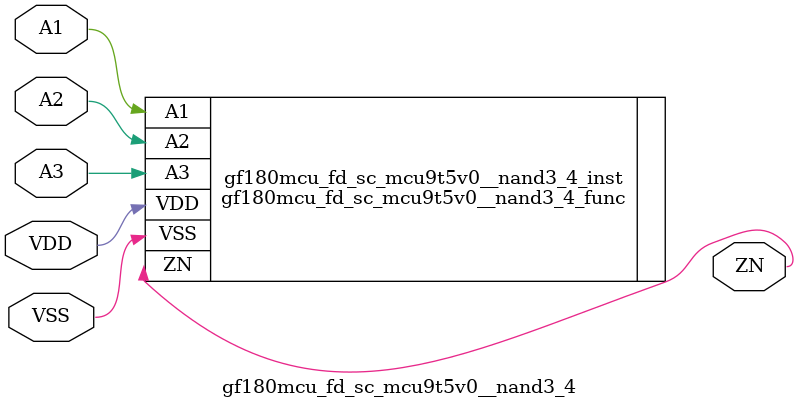
<source format=v>

module gf180mcu_fd_sc_mcu9t5v0__nand3_4( A2, A3, ZN, A1, VDD, VSS );
input A1, A2, A3;
inout VDD, VSS;
output ZN;

   `ifdef FUNCTIONAL  //  functional //

	gf180mcu_fd_sc_mcu9t5v0__nand3_4_func gf180mcu_fd_sc_mcu9t5v0__nand3_4_behav_inst(.A2(A2),.A3(A3),.ZN(ZN),.A1(A1),.VDD(VDD),.VSS(VSS));

   `else

	gf180mcu_fd_sc_mcu9t5v0__nand3_4_func gf180mcu_fd_sc_mcu9t5v0__nand3_4_inst(.A2(A2),.A3(A3),.ZN(ZN),.A1(A1),.VDD(VDD),.VSS(VSS));

	// spec_gates_begin


	// spec_gates_end



   specify

	// specify_block_begin

	// comb arc A1 --> ZN
	 (A1 => ZN) = (1.0,1.0);

	// comb arc A2 --> ZN
	 (A2 => ZN) = (1.0,1.0);

	// comb arc A3 --> ZN
	 (A3 => ZN) = (1.0,1.0);

	// specify_block_end

   endspecify

   `endif

endmodule

</source>
